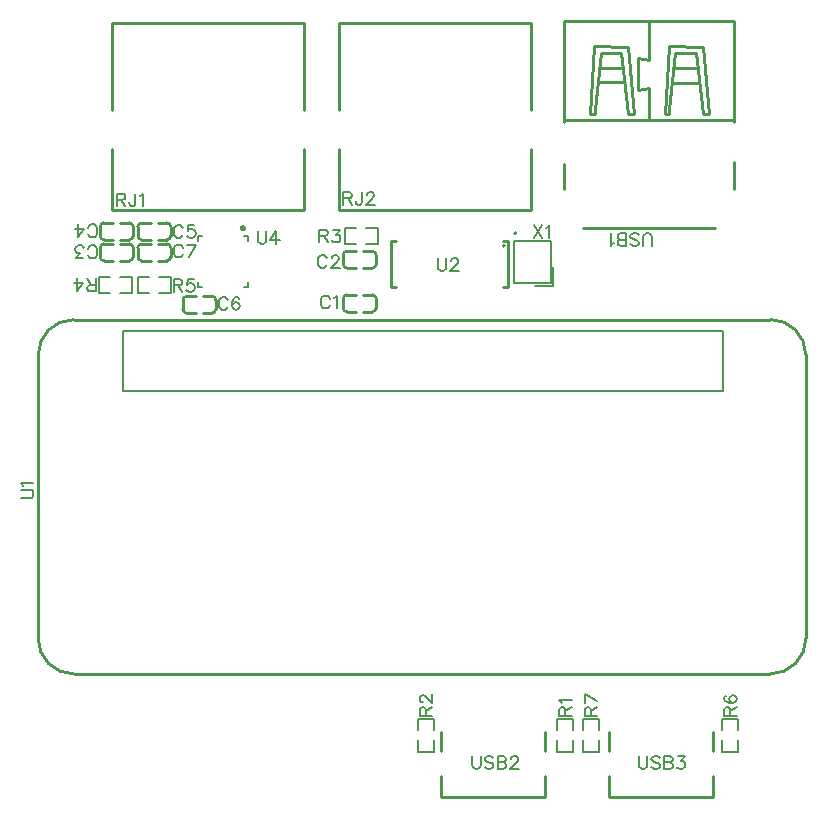
<source format=gto>
G04 Layer: TopSilkscreenLayer*
G04 EasyEDA v6.5.51, 2025-12-13 04:46:10*
G04 afe304bc349a47aca8f85fda98863c0f,54a2198792e84a5b8b180a78bcbfafa7,10*
G04 Gerber Generator version 0.2*
G04 Scale: 100 percent, Rotated: No, Reflected: No *
G04 Dimensions in inches *
G04 leading zeros omitted , absolute positions ,3 integer and 6 decimal *
%FSLAX36Y36*%
%MOIN*%

%ADD10C,0.0060*%
%ADD11C,0.0100*%
%ADD12C,0.0080*%
%ADD13C,0.0079*%
%ADD14C,0.0082*%
%ADD15C,0.0150*%

%LPD*%
D10*
X2369975Y-159555D02*
G01*
X2369975Y-190255D01*
X2372075Y-196455D01*
X2376175Y-200455D01*
X2382274Y-202555D01*
X2386374Y-202555D01*
X2392475Y-200455D01*
X2396575Y-196455D01*
X2398675Y-190255D01*
X2398675Y-159555D01*
X2440775Y-165754D02*
G01*
X2436674Y-161655D01*
X2430574Y-159555D01*
X2422375Y-159555D01*
X2416274Y-161655D01*
X2412174Y-165754D01*
X2412174Y-169854D01*
X2414174Y-173955D01*
X2416274Y-175954D01*
X2420275Y-177955D01*
X2432574Y-182055D01*
X2436674Y-184155D01*
X2438774Y-186154D01*
X2440775Y-190255D01*
X2440775Y-196455D01*
X2436674Y-200455D01*
X2430574Y-202555D01*
X2422375Y-202555D01*
X2416274Y-200455D01*
X2412174Y-196455D01*
X2454274Y-159555D02*
G01*
X2454274Y-202555D01*
X2454274Y-159555D02*
G01*
X2472674Y-159555D01*
X2478774Y-161655D01*
X2480874Y-163654D01*
X2482875Y-167755D01*
X2482875Y-171855D01*
X2480874Y-175954D01*
X2478774Y-177955D01*
X2472674Y-180055D01*
X2454274Y-180055D02*
G01*
X2472674Y-180055D01*
X2478774Y-182055D01*
X2480874Y-184155D01*
X2482875Y-188254D01*
X2482875Y-194355D01*
X2480874Y-198454D01*
X2478774Y-200455D01*
X2472674Y-202555D01*
X2454274Y-202555D01*
X2498474Y-169854D02*
G01*
X2498474Y-167755D01*
X2500474Y-163654D01*
X2502574Y-161655D01*
X2506674Y-159555D01*
X2514774Y-159555D01*
X2518874Y-161655D01*
X2520974Y-163654D01*
X2522974Y-167755D01*
X2522974Y-171855D01*
X2520974Y-175954D01*
X2516875Y-182055D01*
X2496374Y-202555D01*
X2525074Y-202555D01*
X2924975Y-159555D02*
G01*
X2924975Y-190255D01*
X2927075Y-196455D01*
X2931175Y-200455D01*
X2937274Y-202555D01*
X2941374Y-202555D01*
X2947475Y-200455D01*
X2951575Y-196455D01*
X2953675Y-190255D01*
X2953675Y-159555D01*
X2995775Y-165754D02*
G01*
X2991674Y-161655D01*
X2985574Y-159555D01*
X2977375Y-159555D01*
X2971274Y-161655D01*
X2967174Y-165754D01*
X2967174Y-169854D01*
X2969174Y-173955D01*
X2971274Y-175954D01*
X2975275Y-177955D01*
X2987574Y-182055D01*
X2991674Y-184155D01*
X2993774Y-186154D01*
X2995775Y-190255D01*
X2995775Y-196455D01*
X2991674Y-200455D01*
X2985574Y-202555D01*
X2977375Y-202555D01*
X2971274Y-200455D01*
X2967174Y-196455D01*
X3009274Y-159555D02*
G01*
X3009274Y-202555D01*
X3009274Y-159555D02*
G01*
X3027674Y-159555D01*
X3033774Y-161655D01*
X3035874Y-163654D01*
X3037875Y-167755D01*
X3037875Y-171855D01*
X3035874Y-175954D01*
X3033774Y-177955D01*
X3027674Y-180055D01*
X3009274Y-180055D02*
G01*
X3027674Y-180055D01*
X3033774Y-182055D01*
X3035874Y-184155D01*
X3037875Y-188254D01*
X3037875Y-194355D01*
X3035874Y-198454D01*
X3033774Y-200455D01*
X3027674Y-202555D01*
X3009274Y-202555D01*
X3055474Y-159555D02*
G01*
X3077974Y-159555D01*
X3065775Y-175954D01*
X3071875Y-175954D01*
X3075974Y-177955D01*
X3077974Y-180055D01*
X3080074Y-186154D01*
X3080074Y-190255D01*
X3077974Y-196455D01*
X3073874Y-200455D01*
X3067775Y-202555D01*
X3061674Y-202555D01*
X3055474Y-200455D01*
X3053474Y-198454D01*
X3051374Y-194355D01*
X864600Y700000D02*
G01*
X895299Y700000D01*
X901400Y701999D01*
X905500Y706100D01*
X907500Y712300D01*
X907500Y716399D01*
X905500Y722500D01*
X901400Y726599D01*
X895299Y728600D01*
X864600Y728600D01*
X872799Y742100D02*
G01*
X870699Y746199D01*
X864600Y752399D01*
X907500Y752399D01*
X1185000Y1715399D02*
G01*
X1185000Y1672500D01*
X1185000Y1715399D02*
G01*
X1203400Y1715399D01*
X1209499Y1713400D01*
X1211599Y1711300D01*
X1213599Y1707199D01*
X1213599Y1703099D01*
X1211599Y1699000D01*
X1209499Y1696999D01*
X1203400Y1695000D01*
X1185000Y1695000D01*
X1199300Y1695000D02*
G01*
X1213599Y1672500D01*
X1247600Y1715399D02*
G01*
X1247600Y1682699D01*
X1245500Y1676500D01*
X1243500Y1674499D01*
X1239399Y1672500D01*
X1235299Y1672500D01*
X1231199Y1674499D01*
X1229200Y1676500D01*
X1227100Y1682699D01*
X1227100Y1686799D01*
X1261099Y1707199D02*
G01*
X1265200Y1709299D01*
X1271300Y1715399D01*
X1271300Y1672500D01*
X1895699Y1365199D02*
G01*
X1893599Y1369299D01*
X1889499Y1373400D01*
X1885500Y1375399D01*
X1877299Y1375399D01*
X1873199Y1373400D01*
X1869099Y1369299D01*
X1866999Y1365199D01*
X1865000Y1359000D01*
X1865000Y1348800D01*
X1866999Y1342699D01*
X1869099Y1338600D01*
X1873199Y1334499D01*
X1877299Y1332500D01*
X1885500Y1332500D01*
X1889499Y1334499D01*
X1893599Y1338600D01*
X1895699Y1342699D01*
X1909200Y1367199D02*
G01*
X1913299Y1369299D01*
X1919399Y1375399D01*
X1919399Y1332500D01*
X1885699Y1500199D02*
G01*
X1883599Y1504299D01*
X1879499Y1508400D01*
X1875500Y1510399D01*
X1867299Y1510399D01*
X1863199Y1508400D01*
X1859099Y1504299D01*
X1856999Y1500199D01*
X1855000Y1494000D01*
X1855000Y1483800D01*
X1856999Y1477699D01*
X1859099Y1473600D01*
X1863199Y1469499D01*
X1867299Y1467500D01*
X1875500Y1467500D01*
X1879499Y1469499D01*
X1883599Y1473600D01*
X1885699Y1477699D01*
X1901199Y1500199D02*
G01*
X1901199Y1502199D01*
X1903299Y1506300D01*
X1905299Y1508400D01*
X1909399Y1510399D01*
X1917600Y1510399D01*
X1921700Y1508400D01*
X1923699Y1506300D01*
X1925799Y1502199D01*
X1925799Y1498099D01*
X1923699Y1494000D01*
X1919600Y1487899D01*
X1899200Y1467500D01*
X1927799Y1467500D01*
X2659600Y-25000D02*
G01*
X2702500Y-25000D01*
X2659600Y-25000D02*
G01*
X2659600Y-6599D01*
X2661599Y-500D01*
X2663699Y1599D01*
X2667799Y3600D01*
X2671899Y3600D01*
X2676000Y1599D01*
X2678000Y-500D01*
X2680000Y-6599D01*
X2680000Y-25000D01*
X2680000Y-10700D02*
G01*
X2702500Y3600D01*
X2667799Y17100D02*
G01*
X2665699Y21199D01*
X2659600Y27399D01*
X2702500Y27399D01*
X2194600Y-25000D02*
G01*
X2237500Y-25000D01*
X2194600Y-25000D02*
G01*
X2194600Y-6599D01*
X2196599Y-500D01*
X2198699Y1599D01*
X2202799Y3600D01*
X2206899Y3600D01*
X2211000Y1599D01*
X2213000Y-500D01*
X2215000Y-6599D01*
X2215000Y-25000D01*
X2215000Y-10700D02*
G01*
X2237500Y3600D01*
X2204799Y19200D02*
G01*
X2202799Y19200D01*
X2198699Y21199D01*
X2196599Y23299D01*
X2194600Y27399D01*
X2194600Y35500D01*
X2196599Y39600D01*
X2198699Y41700D01*
X2202799Y43699D01*
X2206899Y43699D01*
X2211000Y41700D01*
X2217100Y37600D01*
X2237500Y17100D01*
X2237500Y45799D01*
X1860000Y1595399D02*
G01*
X1860000Y1552500D01*
X1860000Y1595399D02*
G01*
X1878400Y1595399D01*
X1884499Y1593400D01*
X1886599Y1591300D01*
X1888599Y1587199D01*
X1888599Y1583099D01*
X1886599Y1579000D01*
X1884499Y1576999D01*
X1878400Y1575000D01*
X1860000Y1575000D01*
X1874300Y1575000D02*
G01*
X1888599Y1552500D01*
X1906199Y1595399D02*
G01*
X1928699Y1595399D01*
X1916499Y1579000D01*
X1922600Y1579000D01*
X1926700Y1576999D01*
X1928699Y1575000D01*
X1930799Y1568800D01*
X1930799Y1564699D01*
X1928699Y1558600D01*
X1924600Y1554499D01*
X1918500Y1552500D01*
X1912399Y1552500D01*
X1906199Y1554499D01*
X1904200Y1556500D01*
X1902100Y1560599D01*
X1940000Y1720399D02*
G01*
X1940000Y1677500D01*
X1940000Y1720399D02*
G01*
X1958400Y1720399D01*
X1964499Y1718400D01*
X1966599Y1716300D01*
X1968599Y1712199D01*
X1968599Y1708099D01*
X1966599Y1704000D01*
X1964499Y1701999D01*
X1958400Y1700000D01*
X1940000Y1700000D01*
X1954300Y1700000D02*
G01*
X1968599Y1677500D01*
X2002600Y1720399D02*
G01*
X2002600Y1687699D01*
X2000500Y1681500D01*
X1998500Y1679499D01*
X1994399Y1677500D01*
X1990299Y1677500D01*
X1986199Y1679499D01*
X1984200Y1681500D01*
X1982100Y1687699D01*
X1982100Y1691799D01*
X2018100Y1710199D02*
G01*
X2018100Y1712199D01*
X2020200Y1716300D01*
X2022200Y1718400D01*
X2026300Y1720399D01*
X2034499Y1720399D01*
X2038599Y1718400D01*
X2040600Y1716300D01*
X2042700Y1712199D01*
X2042700Y1708099D01*
X2040600Y1704000D01*
X2036499Y1697899D01*
X2016099Y1677500D01*
X2044700Y1677500D01*
X2255000Y1500399D02*
G01*
X2255000Y1469699D01*
X2256999Y1463600D01*
X2261099Y1459499D01*
X2267299Y1457500D01*
X2271400Y1457500D01*
X2277500Y1459499D01*
X2281599Y1463600D01*
X2283599Y1469699D01*
X2283599Y1500399D01*
X2299200Y1490199D02*
G01*
X2299200Y1492199D01*
X2301199Y1496300D01*
X2303299Y1498400D01*
X2307399Y1500399D01*
X2315500Y1500399D01*
X2319600Y1498400D01*
X2321700Y1496300D01*
X2323699Y1492199D01*
X2323699Y1488099D01*
X2321700Y1484000D01*
X2317600Y1477899D01*
X2297100Y1457500D01*
X2325799Y1457500D01*
X2967899Y1541505D02*
G01*
X2967899Y1572204D01*
X2965900Y1578305D01*
X2961800Y1582404D01*
X2955600Y1584405D01*
X2951499Y1584405D01*
X2945399Y1582404D01*
X2941300Y1578305D01*
X2939300Y1572204D01*
X2939300Y1541505D01*
X2897100Y1547604D02*
G01*
X2901199Y1543505D01*
X2907399Y1541505D01*
X2915500Y1541505D01*
X2921700Y1543505D01*
X2925799Y1547604D01*
X2925799Y1551705D01*
X2923699Y1555805D01*
X2921700Y1557905D01*
X2917600Y1559904D01*
X2905299Y1564005D01*
X2901199Y1566005D01*
X2899200Y1568105D01*
X2897100Y1572204D01*
X2897100Y1578305D01*
X2901199Y1582404D01*
X2907399Y1584405D01*
X2915500Y1584405D01*
X2921700Y1582404D01*
X2925799Y1578305D01*
X2883599Y1541505D02*
G01*
X2883599Y1584405D01*
X2883599Y1541505D02*
G01*
X2865200Y1541505D01*
X2859099Y1543505D01*
X2856999Y1545605D01*
X2855000Y1549704D01*
X2855000Y1553805D01*
X2856999Y1557905D01*
X2859099Y1559904D01*
X2865200Y1561905D01*
X2883599Y1561905D02*
G01*
X2865200Y1561905D01*
X2859099Y1564005D01*
X2856999Y1566005D01*
X2855000Y1570104D01*
X2855000Y1576305D01*
X2856999Y1580405D01*
X2859099Y1582404D01*
X2865200Y1584405D01*
X2883599Y1584405D01*
X2841499Y1549704D02*
G01*
X2837399Y1547604D01*
X2831300Y1541505D01*
X2831300Y1584405D01*
X2574994Y1610394D02*
G01*
X2603594Y1567494D01*
X2603594Y1610394D02*
G01*
X2574994Y1567494D01*
X2617094Y1602195D02*
G01*
X2621194Y1604295D01*
X2627394Y1610394D01*
X2627394Y1567494D01*
X1089300Y1509800D02*
G01*
X1091400Y1505700D01*
X1095500Y1501599D01*
X1099499Y1499600D01*
X1107700Y1499600D01*
X1111800Y1501599D01*
X1115900Y1505700D01*
X1118000Y1509800D01*
X1120000Y1515999D01*
X1120000Y1526199D01*
X1118000Y1532300D01*
X1115900Y1536399D01*
X1111800Y1540500D01*
X1107700Y1542500D01*
X1099499Y1542500D01*
X1095500Y1540500D01*
X1091400Y1536399D01*
X1089300Y1532300D01*
X1071700Y1499600D02*
G01*
X1049200Y1499600D01*
X1061499Y1515999D01*
X1055399Y1515999D01*
X1051300Y1518000D01*
X1049200Y1520000D01*
X1047200Y1526199D01*
X1047200Y1530300D01*
X1049200Y1536399D01*
X1053299Y1540500D01*
X1059499Y1542500D01*
X1065600Y1542500D01*
X1071700Y1540500D01*
X1073800Y1538499D01*
X1075799Y1534400D01*
X1405699Y1600199D02*
G01*
X1403599Y1604299D01*
X1399499Y1608400D01*
X1395500Y1610399D01*
X1387299Y1610399D01*
X1383199Y1608400D01*
X1379099Y1604299D01*
X1376999Y1600199D01*
X1375000Y1594000D01*
X1375000Y1583800D01*
X1376999Y1577699D01*
X1379099Y1573600D01*
X1383199Y1569499D01*
X1387299Y1567500D01*
X1395500Y1567500D01*
X1399499Y1569499D01*
X1403599Y1573600D01*
X1405699Y1577699D01*
X1443699Y1610399D02*
G01*
X1423299Y1610399D01*
X1421199Y1591999D01*
X1423299Y1594000D01*
X1429399Y1596100D01*
X1435500Y1596100D01*
X1441700Y1594000D01*
X1445799Y1590000D01*
X1447799Y1583800D01*
X1447799Y1579699D01*
X1445799Y1573600D01*
X1441700Y1569499D01*
X1435500Y1567500D01*
X1429399Y1567500D01*
X1423299Y1569499D01*
X1421199Y1571500D01*
X1419200Y1575599D01*
X1555699Y1360199D02*
G01*
X1553599Y1364299D01*
X1549499Y1368400D01*
X1545500Y1370399D01*
X1537299Y1370399D01*
X1533199Y1368400D01*
X1529099Y1364299D01*
X1526999Y1360199D01*
X1525000Y1354000D01*
X1525000Y1343800D01*
X1526999Y1337699D01*
X1529099Y1333600D01*
X1533199Y1329499D01*
X1537299Y1327500D01*
X1545500Y1327500D01*
X1549499Y1329499D01*
X1553599Y1333600D01*
X1555699Y1337699D01*
X1593699Y1364299D02*
G01*
X1591700Y1368400D01*
X1585500Y1370399D01*
X1581499Y1370399D01*
X1575299Y1368400D01*
X1571199Y1362199D01*
X1569200Y1351999D01*
X1569200Y1341799D01*
X1571199Y1333600D01*
X1575299Y1329499D01*
X1581499Y1327500D01*
X1583500Y1327500D01*
X1589600Y1329499D01*
X1593699Y1333600D01*
X1595799Y1339699D01*
X1595799Y1341799D01*
X1593699Y1347899D01*
X1589600Y1351999D01*
X1583500Y1354000D01*
X1581499Y1354000D01*
X1575299Y1351999D01*
X1571199Y1347899D01*
X1569200Y1341799D01*
X1115000Y1389600D02*
G01*
X1115000Y1432500D01*
X1115000Y1389600D02*
G01*
X1096599Y1389600D01*
X1090500Y1391599D01*
X1088400Y1393699D01*
X1086400Y1397800D01*
X1086400Y1401900D01*
X1088400Y1405999D01*
X1090500Y1408000D01*
X1096599Y1410000D01*
X1115000Y1410000D01*
X1100699Y1410000D02*
G01*
X1086400Y1432500D01*
X1052399Y1389600D02*
G01*
X1072899Y1418200D01*
X1042200Y1418200D01*
X1052399Y1389600D02*
G01*
X1052399Y1432500D01*
X1375000Y1430399D02*
G01*
X1375000Y1387500D01*
X1375000Y1430399D02*
G01*
X1393400Y1430399D01*
X1399499Y1428400D01*
X1401599Y1426300D01*
X1403599Y1422199D01*
X1403599Y1418099D01*
X1401599Y1414000D01*
X1399499Y1411999D01*
X1393400Y1410000D01*
X1375000Y1410000D01*
X1389300Y1410000D02*
G01*
X1403599Y1387500D01*
X1441700Y1430399D02*
G01*
X1421199Y1430399D01*
X1419200Y1411999D01*
X1421199Y1414000D01*
X1427399Y1416100D01*
X1433500Y1416100D01*
X1439600Y1414000D01*
X1443699Y1410000D01*
X1445799Y1403800D01*
X1445799Y1399699D01*
X1443699Y1393600D01*
X1439600Y1389499D01*
X1433500Y1387500D01*
X1427399Y1387500D01*
X1421199Y1389499D01*
X1419200Y1391500D01*
X1417100Y1395599D01*
X1655000Y1590399D02*
G01*
X1655000Y1559699D01*
X1656999Y1553600D01*
X1661099Y1549499D01*
X1667299Y1547500D01*
X1671400Y1547500D01*
X1677500Y1549499D01*
X1681599Y1553600D01*
X1683599Y1559699D01*
X1683599Y1590399D01*
X1717600Y1590399D02*
G01*
X1697100Y1561799D01*
X1727799Y1561799D01*
X1717600Y1590399D02*
G01*
X1717600Y1547500D01*
X3209600Y-25000D02*
G01*
X3252500Y-25000D01*
X3209600Y-25000D02*
G01*
X3209600Y-6599D01*
X3211599Y-500D01*
X3213699Y1599D01*
X3217799Y3600D01*
X3221899Y3600D01*
X3226000Y1599D01*
X3228000Y-500D01*
X3230000Y-6599D01*
X3230000Y-25000D01*
X3230000Y-10700D02*
G01*
X3252500Y3600D01*
X3215699Y41700D02*
G01*
X3211599Y39600D01*
X3209600Y33499D01*
X3209600Y29400D01*
X3211599Y23299D01*
X3217799Y19200D01*
X3228000Y17100D01*
X3238199Y17100D01*
X3246400Y19200D01*
X3250500Y23299D01*
X3252500Y29400D01*
X3252500Y31500D01*
X3250500Y37600D01*
X3246400Y41700D01*
X3240299Y43699D01*
X3238199Y43699D01*
X3232100Y41700D01*
X3228000Y37600D01*
X3226000Y31500D01*
X3226000Y29400D01*
X3228000Y23299D01*
X3232100Y19200D01*
X3238199Y17100D01*
X2744600Y-25000D02*
G01*
X2787500Y-25000D01*
X2744600Y-25000D02*
G01*
X2744600Y-6599D01*
X2746599Y-500D01*
X2748699Y1599D01*
X2752799Y3600D01*
X2756899Y3600D01*
X2761000Y1599D01*
X2763000Y-500D01*
X2765000Y-6599D01*
X2765000Y-25000D01*
X2765000Y-10700D02*
G01*
X2787500Y3600D01*
X2744600Y45799D02*
G01*
X2787500Y25300D01*
X2744600Y17100D02*
G01*
X2744600Y45799D01*
X1089300Y1579800D02*
G01*
X1091400Y1575700D01*
X1095500Y1571599D01*
X1099499Y1569600D01*
X1107700Y1569600D01*
X1111800Y1571599D01*
X1115900Y1575700D01*
X1118000Y1579800D01*
X1120000Y1585999D01*
X1120000Y1596199D01*
X1118000Y1602300D01*
X1115900Y1606399D01*
X1111800Y1610500D01*
X1107700Y1612500D01*
X1099499Y1612500D01*
X1095500Y1610500D01*
X1091400Y1606399D01*
X1089300Y1602300D01*
X1055399Y1569600D02*
G01*
X1075799Y1598200D01*
X1045100Y1598200D01*
X1055399Y1569600D02*
G01*
X1055399Y1612500D01*
X1405699Y1535199D02*
G01*
X1403599Y1539299D01*
X1399499Y1543400D01*
X1395500Y1545399D01*
X1387299Y1545399D01*
X1383199Y1543400D01*
X1379099Y1539299D01*
X1376999Y1535199D01*
X1375000Y1529000D01*
X1375000Y1518800D01*
X1376999Y1512699D01*
X1379099Y1508600D01*
X1383199Y1504499D01*
X1387299Y1502500D01*
X1395500Y1502500D01*
X1399499Y1504499D01*
X1403599Y1508600D01*
X1405699Y1512699D01*
X1447799Y1545399D02*
G01*
X1427399Y1502500D01*
X1419200Y1545399D02*
G01*
X1447799Y1545399D01*
G36*
X1604600Y1609980D02*
G01*
X1602820Y1609740D01*
X1601120Y1609180D01*
X1599540Y1608340D01*
X1598140Y1607240D01*
X1596940Y1605900D01*
X1596020Y1604360D01*
X1595380Y1602680D01*
X1595060Y1600920D01*
X1595020Y1599940D01*
X1595180Y1598160D01*
X1595660Y1596420D01*
X1596459Y1594820D01*
X1596940Y1594079D01*
X1598140Y1592720D01*
X1599540Y1591620D01*
X1601120Y1590780D01*
X1602820Y1590220D01*
X1603700Y1590060D01*
X1605480Y1590000D01*
X1607260Y1590240D01*
X1608959Y1590800D01*
X1610540Y1591639D01*
X1611940Y1592760D01*
X1613120Y1594120D01*
X1614019Y1595640D01*
X1614660Y1597320D01*
X1614980Y1599079D01*
X1614980Y1600880D01*
X1614660Y1602640D01*
X1614019Y1604319D01*
X1613120Y1605860D01*
X1611940Y1607200D01*
X1610540Y1608320D01*
X1608959Y1609160D01*
X1607260Y1609720D01*
X1605480Y1609980D01*
G37*
D11*
X2266773Y-141579D02*
G01*
X2266773Y-78532D01*
X2266773Y-239945D02*
G01*
X2266773Y-226707D01*
X2613227Y-141579D02*
G01*
X2613227Y-78532D01*
X2613227Y-239945D02*
G01*
X2613227Y-226707D01*
X2613227Y-295958D02*
G01*
X2613227Y-239945D01*
X2266773Y-295958D02*
G01*
X2266773Y-239945D01*
X2266773Y-295958D02*
G01*
X2613227Y-295958D01*
X2826773Y-141579D02*
G01*
X2826773Y-78532D01*
X2826773Y-239945D02*
G01*
X2826773Y-226707D01*
X3173227Y-141579D02*
G01*
X3173227Y-78532D01*
X3173227Y-239945D02*
G01*
X3173227Y-226707D01*
X3173227Y-295958D02*
G01*
X3173227Y-239945D01*
X2826773Y-295958D02*
G01*
X2826773Y-239945D01*
X2826773Y-295958D02*
G01*
X3173227Y-295958D01*
X1041261Y114448D02*
G01*
X3364095Y114448D01*
X923150Y1177438D02*
G01*
X923150Y232557D01*
X3481346Y234340D02*
G01*
X3481346Y1179223D01*
X3364095Y1295549D02*
G01*
X1041261Y1295549D01*
D12*
X1204448Y1255871D02*
G01*
X1204448Y1055871D01*
X3204448Y1055871D01*
X3204448Y1255871D01*
X1204448Y1255871D01*
D11*
X1810002Y1865001D02*
G01*
X1810002Y1660001D01*
X1170002Y1660001D01*
X1170002Y1865001D01*
X1169921Y1995001D02*
G01*
X1169921Y2285001D01*
X1810079Y2285001D01*
X1810079Y1995001D01*
X1983968Y1322064D02*
G01*
X1952474Y1322064D01*
X2006033Y1322046D02*
G01*
X2037529Y1322046D01*
X1983968Y1377957D02*
G01*
X1952474Y1377957D01*
X2006033Y1377937D02*
G01*
X2037529Y1377937D01*
X1940279Y1334261D02*
G01*
X1940279Y1365760D01*
X2049724Y1365738D02*
G01*
X2049724Y1334241D01*
X1983968Y1467064D02*
G01*
X1952474Y1467064D01*
X2006033Y1467046D02*
G01*
X2037529Y1467046D01*
X1983968Y1522957D02*
G01*
X1952474Y1522957D01*
X2006033Y1522937D02*
G01*
X2037529Y1522937D01*
X1940279Y1479261D02*
G01*
X1940279Y1510760D01*
X2049724Y1510738D02*
G01*
X2049724Y1479241D01*
D10*
X2706008Y-73220D02*
G01*
X2706008Y-35468D01*
X2653991Y-35468D01*
X2653991Y-73220D01*
X2706008Y-106779D02*
G01*
X2706008Y-144531D01*
X2653991Y-144531D01*
X2653991Y-106779D01*
X2241008Y-73220D02*
G01*
X2241008Y-35468D01*
X2188991Y-35468D01*
X2188991Y-73220D01*
X2241008Y-106779D02*
G01*
X2241008Y-144531D01*
X2188991Y-144531D01*
X2188991Y-106779D01*
X2016779Y1548991D02*
G01*
X2054530Y1548991D01*
X2054530Y1601008D01*
X2016779Y1601008D01*
X1983220Y1548991D02*
G01*
X1945469Y1548991D01*
X1945469Y1601008D01*
X1983220Y1601008D01*
D11*
X2565002Y1865001D02*
G01*
X2565002Y1660001D01*
X1925002Y1660001D01*
X1925002Y1865001D01*
X1924921Y1995001D02*
G01*
X1924921Y2285001D01*
X2565079Y2285001D01*
X2565079Y1995001D01*
X2100118Y1403229D02*
G01*
X2100118Y1556772D01*
X2116511Y1403229D02*
G01*
X2100118Y1403229D01*
X2489880Y1403229D02*
G01*
X2473490Y1403229D01*
X2489880Y1556772D02*
G01*
X2489880Y1403229D01*
X2473490Y1556772D02*
G01*
X2489880Y1556772D01*
X2100118Y1556772D02*
G01*
X2116511Y1556772D01*
X2676535Y2290747D02*
G01*
X2676535Y1954888D01*
X2676535Y2290747D02*
G01*
X3243464Y2290747D01*
X3243464Y1954888D01*
X2763149Y1979724D02*
G01*
X2776931Y2205826D01*
X2890439Y2205385D01*
X2909930Y1979594D01*
X2889899Y1979747D01*
X2869809Y2158497D01*
X2866850Y2185196D01*
X2797961Y2184776D01*
X2779300Y1996655D01*
X2778121Y1979724D01*
X2763149Y1979724D01*
X2960000Y1960039D02*
G01*
X2957941Y2068591D01*
X2921741Y2059931D01*
X2921741Y2167020D01*
X2957930Y2159140D01*
X2957930Y2288301D01*
X3243464Y1960014D02*
G01*
X2676535Y1960014D01*
X3126060Y2085095D02*
G01*
X3037080Y2085095D01*
X3120550Y2132734D02*
G01*
X3040631Y2132734D01*
X3011180Y1979724D02*
G01*
X3024961Y2205825D01*
X3138470Y2205385D01*
X3157960Y1979594D01*
X3137930Y1979744D01*
X3117840Y2158494D01*
X3114880Y2185194D01*
X3045991Y2184774D01*
X3027331Y1996655D01*
X3026151Y1979724D01*
X3011180Y1979724D01*
X2878110Y2086426D02*
G01*
X2789130Y2086426D01*
X2872601Y2134065D02*
G01*
X2792681Y2134065D01*
X3243464Y1819520D02*
G01*
X3243464Y1730479D01*
X2676535Y1730479D02*
G01*
X2676535Y1815621D01*
X3180363Y1601772D02*
G01*
X2739636Y1601772D01*
D10*
X2578885Y1406984D02*
G01*
X2640185Y1406984D01*
X2640185Y1472184D01*
X2631166Y1415961D02*
G01*
X2510803Y1415961D01*
X2510803Y1556008D01*
X2631166Y1556008D01*
X2631166Y1415961D01*
D11*
X1196031Y1547935D02*
G01*
X1227525Y1547935D01*
X1173966Y1547953D02*
G01*
X1142470Y1547953D01*
X1196031Y1492042D02*
G01*
X1227525Y1492042D01*
X1173966Y1492062D02*
G01*
X1142470Y1492062D01*
X1239720Y1535738D02*
G01*
X1239720Y1504239D01*
X1130275Y1504261D02*
G01*
X1130275Y1535758D01*
X1298968Y1562064D02*
G01*
X1267474Y1562064D01*
X1321033Y1562046D02*
G01*
X1352529Y1562046D01*
X1298968Y1617957D02*
G01*
X1267474Y1617957D01*
X1321033Y1617937D02*
G01*
X1352529Y1617937D01*
X1255279Y1574261D02*
G01*
X1255279Y1605760D01*
X1364724Y1605738D02*
G01*
X1364724Y1574241D01*
X1448968Y1317064D02*
G01*
X1417474Y1317064D01*
X1471033Y1317046D02*
G01*
X1502529Y1317046D01*
X1448968Y1372957D02*
G01*
X1417474Y1372957D01*
X1471033Y1372937D02*
G01*
X1502529Y1372937D01*
X1405279Y1329261D02*
G01*
X1405279Y1360760D01*
X1514724Y1360738D02*
G01*
X1514724Y1329241D01*
D10*
X1196779Y1383991D02*
G01*
X1234530Y1383991D01*
X1234530Y1436008D01*
X1196779Y1436008D01*
X1163220Y1383991D02*
G01*
X1125469Y1383991D01*
X1125469Y1436008D01*
X1163220Y1436008D01*
X1293220Y1436008D02*
G01*
X1255469Y1436008D01*
X1255469Y1383991D01*
X1293220Y1383991D01*
X1326779Y1436008D02*
G01*
X1364530Y1436008D01*
X1364530Y1383991D01*
X1326779Y1383991D01*
D13*
X1454849Y1421100D02*
G01*
X1454849Y1405349D01*
X1470600Y1405349D01*
X1624148Y1421100D02*
G01*
X1624148Y1405349D01*
X1608400Y1405349D01*
X1608400Y1574650D02*
G01*
X1624148Y1574650D01*
X1624148Y1558901D01*
X1454849Y1558901D02*
G01*
X1454849Y1574650D01*
X1470600Y1574650D01*
D10*
X3256008Y-73220D02*
G01*
X3256008Y-35468D01*
X3203991Y-35468D01*
X3203991Y-73220D01*
X3256008Y-106779D02*
G01*
X3256008Y-144531D01*
X3203991Y-144531D01*
X3203991Y-106779D01*
X2791008Y-73220D02*
G01*
X2791008Y-35468D01*
X2738991Y-35468D01*
X2738991Y-73220D01*
X2791008Y-106779D02*
G01*
X2791008Y-144531D01*
X2738991Y-144531D01*
X2738991Y-106779D01*
D11*
X1196031Y1617935D02*
G01*
X1227525Y1617935D01*
X1173966Y1617953D02*
G01*
X1142470Y1617953D01*
X1196031Y1562042D02*
G01*
X1227525Y1562042D01*
X1173966Y1562062D02*
G01*
X1142470Y1562062D01*
X1239720Y1605738D02*
G01*
X1239720Y1574239D01*
X1130275Y1574261D02*
G01*
X1130275Y1605758D01*
X1298968Y1492064D02*
G01*
X1267474Y1492064D01*
X1321033Y1492046D02*
G01*
X1352529Y1492046D01*
X1298968Y1547957D02*
G01*
X1267474Y1547957D01*
X1321033Y1547937D02*
G01*
X1352529Y1547937D01*
X1255279Y1504261D02*
G01*
X1255279Y1535760D01*
X1364724Y1535738D02*
G01*
X1364724Y1504241D01*
G75*
G01*
X3364098Y114448D02*
G03*
X3482208Y232558I0J118110D01*
G75*
G01*
X923153Y232468D02*
G03*
X1041263Y114448I118110J90D01*
G75*
G01*
X3482208Y1177530D02*
G03*
X3364098Y1295550I-118110J-90D01*
G75*
G01*
X1041197Y1295510D02*
G03*
X923177Y1177400I90J-118110D01*
G75*
G01*
X2037527Y1377938D02*
G02*
X2049725Y1365739I0J-12198D01*
G75*
G01*
X2049725Y1334244D02*
G02*
X2037527Y1322046I-12198J0D01*
G75*
G01*
X1952476Y1322064D02*
G02*
X1940279Y1334262I1J12198D01*
G75*
G01*
X1940279Y1365757D02*
G02*
X1952476Y1377957I12198J2D01*
G75*
G01*
X2037527Y1522938D02*
G02*
X2049725Y1510739I0J-12198D01*
G75*
G01*
X2049725Y1479244D02*
G02*
X2037527Y1467046I-12198J0D01*
G75*
G01*
X1952476Y1467064D02*
G02*
X1940279Y1479262I1J12198D01*
G75*
G01*
X1940279Y1510757D02*
G02*
X1952476Y1522957I12198J2D01*
G75*
G01*
X1142473Y1492062D02*
G02*
X1130275Y1504261I0J12198D01*
G75*
G01*
X1130275Y1535756D02*
G02*
X1142473Y1547954I12198J0D01*
G75*
G01*
X1227524Y1547936D02*
G02*
X1239721Y1535738I-1J-12198D01*
G75*
G01*
X1239721Y1504243D02*
G02*
X1227524Y1492043I-12198J-2D01*
G75*
G01*
X1352527Y1617938D02*
G02*
X1364725Y1605739I0J-12198D01*
G75*
G01*
X1364725Y1574244D02*
G02*
X1352527Y1562046I-12198J0D01*
G75*
G01*
X1267476Y1562064D02*
G02*
X1255279Y1574262I1J12198D01*
G75*
G01*
X1255279Y1605757D02*
G02*
X1267476Y1617957I12198J2D01*
G75*
G01*
X1502527Y1372938D02*
G02*
X1514725Y1360739I0J-12198D01*
G75*
G01*
X1514725Y1329244D02*
G02*
X1502527Y1317046I-12198J0D01*
G75*
G01*
X1417476Y1317064D02*
G02*
X1405279Y1329262I1J12198D01*
G75*
G01*
X1405279Y1360757D02*
G02*
X1417476Y1372957I12198J2D01*
G75*
G01*
X1142473Y1562062D02*
G02*
X1130275Y1574261I0J12198D01*
G75*
G01*
X1130275Y1605756D02*
G02*
X1142473Y1617954I12198J0D01*
G75*
G01*
X1227524Y1617936D02*
G02*
X1239721Y1605738I-1J-12198D01*
G75*
G01*
X1239721Y1574243D02*
G02*
X1227524Y1562043I-12198J-2D01*
G75*
G01*
X1352527Y1547938D02*
G02*
X1364725Y1535739I0J-12198D01*
G75*
G01*
X1364725Y1504244D02*
G02*
X1352527Y1492046I-12198J0D01*
G75*
G01*
X1267476Y1492064D02*
G02*
X1255279Y1504262I1J12198D01*
G75*
G01*
X1255279Y1535757D02*
G02*
X1267476Y1547957I12198J2D01*
D14*
G75*
G01
X2517370Y1583370D02*
G03X2517370Y1583370I-4110J0D01*
G75*
G01
X2479820Y1541420D02*
G03X2479820Y1541420I-4110J0D01*
M02*

</source>
